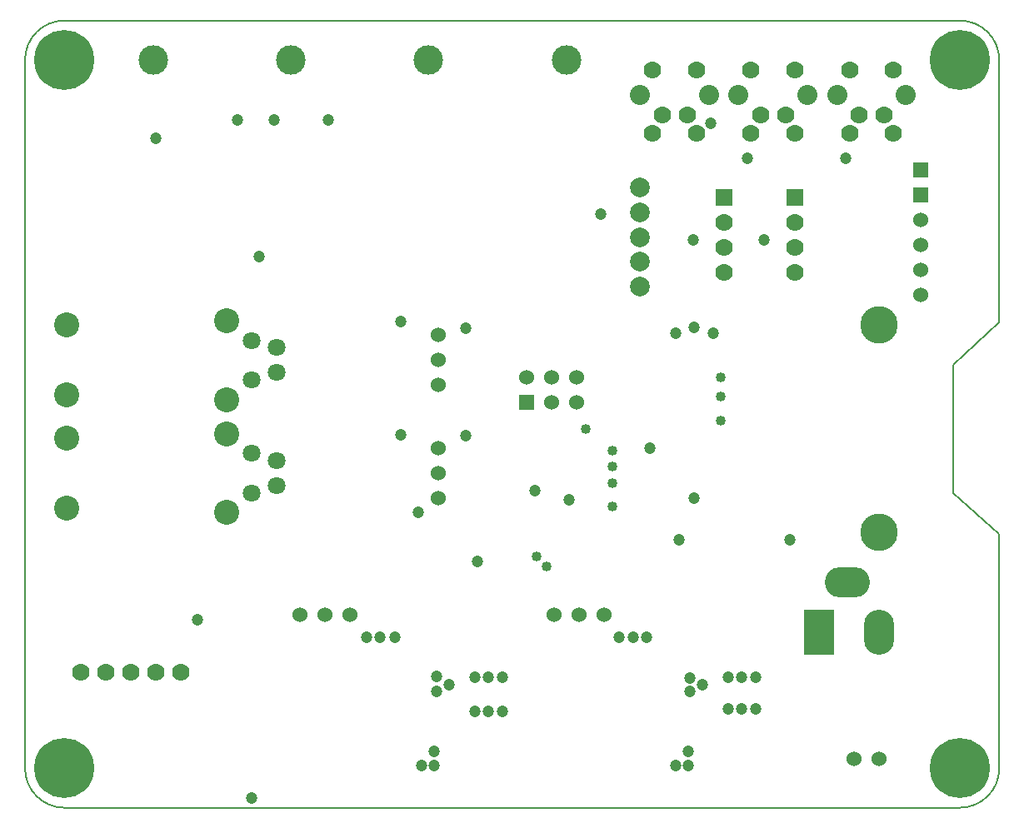
<source format=gbs>
G04 #@! TF.FileFunction,Soldermask,Bot*
%FSLAX46Y46*%
G04 Gerber Fmt 4.6, Leading zero omitted, Abs format (unit mm)*
G04 Created by KiCad (PCBNEW (2015-07-01 BZR 5850)-product) date Tue Dec  8 18:09:09 2015*
%MOMM*%
G01*
G04 APERTURE LIST*
%ADD10C,0.025400*%
%ADD11C,0.127000*%
%ADD12C,1.200000*%
%ADD13C,1.016000*%
%ADD14C,3.810000*%
%ADD15R,1.524000X1.524000*%
%ADD16C,1.524000*%
%ADD17C,1.778000*%
%ADD18R,1.778000X1.778000*%
%ADD19C,2.540000*%
%ADD20C,1.800000*%
%ADD21O,3.048000X4.572000*%
%ADD22R,3.048000X4.572000*%
%ADD23O,4.572000X3.048000*%
%ADD24C,6.096000*%
%ADD25C,2.032000*%
%ADD26C,2.000000*%
%ADD27C,3.000000*%
G04 APERTURE END LIST*
D10*
D11*
X4000000Y0D02*
X95000000Y0D01*
X99000000Y49300000D02*
X94300000Y45000000D01*
X99000000Y76000000D02*
X99000000Y49300000D01*
X94300000Y38500000D02*
X94300000Y45000000D01*
X94300000Y32000000D02*
X94300000Y38500000D01*
X99000000Y27800000D02*
X94300000Y32000000D01*
X99000000Y4000000D02*
X99000000Y27800000D01*
X0Y76000000D02*
X0Y4000000D01*
X95000000Y80000000D02*
X4000000Y80000000D01*
X99000000Y76000000D02*
G75*
G03X95000000Y80000000I-4000000J0D01*
G01*
X95000000Y0D02*
G75*
G03X99000000Y4000000I0J4000000D01*
G01*
X0Y4000000D02*
G75*
G03X4000000Y0I4000000J0D01*
G01*
X4000000Y80000000D02*
G75*
G03X0Y76000000I0J-4000000D01*
G01*
D12*
X45700000Y9750000D03*
X47100000Y9750000D03*
X45700000Y13250000D03*
X47100000Y13250000D03*
X71450000Y10000000D03*
X72850000Y10000000D03*
X71450000Y13250000D03*
X72850000Y13250000D03*
X63200000Y17300000D03*
X61800000Y17300000D03*
X37600000Y17300000D03*
X67600000Y13200000D03*
X68800000Y12500000D03*
X67400000Y4300000D03*
X67400000Y5700000D03*
X66100000Y4300000D03*
X41800000Y13300000D03*
X41800000Y11800000D03*
X67600000Y11800000D03*
X41600000Y5700000D03*
X43100000Y12500000D03*
X41600000Y4300000D03*
X23000000Y1000000D03*
X74250000Y10000000D03*
X74250000Y13250000D03*
X60400000Y17300000D03*
X48500000Y13250000D03*
X17500000Y19100000D03*
X44750000Y48750000D03*
X63500000Y36500000D03*
X66500000Y27250000D03*
X77750000Y27250000D03*
X68000000Y48800000D03*
X69900000Y48200000D03*
X66100000Y48200000D03*
X46000000Y25000000D03*
X58500000Y60300000D03*
X75100000Y57700000D03*
X67900000Y57700000D03*
X83400000Y66000000D03*
X73400000Y66000000D03*
X69700000Y69600000D03*
X38200000Y49400000D03*
X38200000Y37900000D03*
X68000000Y31500000D03*
X55300000Y31300000D03*
X40000000Y30000000D03*
X51800000Y32200000D03*
X23800000Y56000000D03*
X30800000Y69900000D03*
X21600000Y69900000D03*
X13300000Y68000000D03*
X25300000Y69900000D03*
D13*
X57000000Y38500000D03*
X70700000Y41800000D03*
X70700000Y43700000D03*
X70700000Y39300000D03*
X52000000Y25500000D03*
X59700000Y34700000D03*
X59700000Y36300000D03*
X59650000Y30600000D03*
X59700000Y33000000D03*
X53000000Y24500000D03*
D14*
X86750000Y49041000D03*
X86750000Y27959000D03*
D15*
X50960000Y41230000D03*
D16*
X50960000Y43770000D03*
X53500000Y41230000D03*
X53500000Y43770000D03*
X56040000Y41230000D03*
X56040000Y43770000D03*
D15*
X91000000Y64850000D03*
X91000000Y62310000D03*
D16*
X91000000Y59770000D03*
X91000000Y57230000D03*
X91000000Y54690000D03*
X91000000Y52150000D03*
D17*
X78250000Y54440000D03*
X78250000Y56980000D03*
X78250000Y59520000D03*
D18*
X78250000Y62060000D03*
D17*
X71000000Y54440000D03*
X71000000Y56980000D03*
X71000000Y59520000D03*
D18*
X71000000Y62060000D03*
D16*
X42000000Y42960000D03*
X42000000Y45500000D03*
X42000000Y48040000D03*
X84230000Y5000000D03*
X86770000Y5000000D03*
D19*
X4204000Y41944000D03*
X4204000Y49056000D03*
X20460000Y49513200D03*
X20460000Y41486800D03*
D20*
X23000000Y43500000D03*
X23000000Y47500000D03*
X25540000Y44230000D03*
X25540000Y46770000D03*
D21*
X86750000Y17800000D03*
D22*
X80654000Y17800000D03*
D23*
X83575000Y22880000D03*
D16*
X42000000Y31460000D03*
X42000000Y34000000D03*
X42000000Y36540000D03*
D19*
X4204000Y30444000D03*
X4204000Y37556000D03*
X20460000Y38013200D03*
X20460000Y29986800D03*
D20*
X23000000Y32000000D03*
X23000000Y36000000D03*
X25540000Y32730000D03*
X25540000Y35270000D03*
D24*
X4000000Y76000000D03*
X95000000Y76000000D03*
X4000000Y4000000D03*
X95000000Y4000000D03*
D17*
X8210000Y13750000D03*
X15830000Y13750000D03*
X13290000Y13750000D03*
X5670000Y13750000D03*
X10750000Y13750000D03*
X68222500Y75000000D03*
X63777500Y75000000D03*
D25*
X69492500Y72460000D03*
X62507500Y72460000D03*
D17*
X63777500Y68523000D03*
X68222500Y68523000D03*
X64730000Y70428000D03*
X67270000Y70428000D03*
X88222500Y75000000D03*
X83777500Y75000000D03*
D25*
X89492500Y72460000D03*
X82507500Y72460000D03*
D17*
X83777500Y68523000D03*
X88222500Y68523000D03*
X84730000Y70428000D03*
X87270000Y70428000D03*
X78222500Y75000000D03*
X73777500Y75000000D03*
D25*
X79492500Y72460000D03*
X72507500Y72460000D03*
D17*
X73777500Y68523000D03*
X78222500Y68523000D03*
X74730000Y70428000D03*
X77270000Y70428000D03*
D12*
X44800000Y37800000D03*
D26*
X62500000Y53000000D03*
X62500000Y55500000D03*
X62500000Y58000000D03*
X62500000Y63000000D03*
X62500000Y60500000D03*
D27*
X27000000Y76000000D03*
X13000000Y76000000D03*
X41000000Y76000000D03*
X55000000Y76000000D03*
D12*
X34700000Y17300000D03*
X48500000Y9750000D03*
D16*
X53760000Y19600000D03*
X56300000Y19600000D03*
X58840000Y19600000D03*
X27960000Y19600000D03*
X30500000Y19600000D03*
X33040000Y19600000D03*
D12*
X40300000Y4300000D03*
X36100000Y17300000D03*
M02*

</source>
